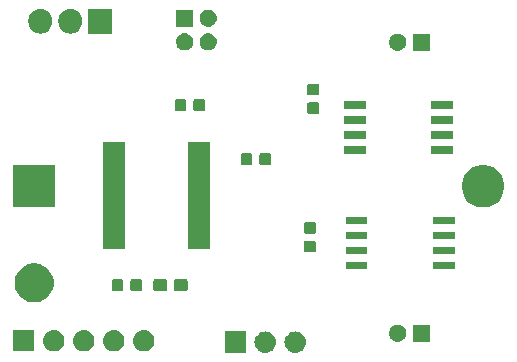
<source format=gbr>
G04 #@! TF.GenerationSoftware,KiCad,Pcbnew,(5.1.2)-2*
G04 #@! TF.CreationDate,2020-08-22T00:21:16+09:00*
G04 #@! TF.ProjectId,IRRemo,49525265-6d6f-42e6-9b69-6361645f7063,rev?*
G04 #@! TF.SameCoordinates,Original*
G04 #@! TF.FileFunction,Soldermask,Top*
G04 #@! TF.FilePolarity,Negative*
%FSLAX46Y46*%
G04 Gerber Fmt 4.6, Leading zero omitted, Abs format (unit mm)*
G04 Created by KiCad (PCBNEW (5.1.2)-2) date 2020-08-22 00:21:16*
%MOMM*%
%LPD*%
G04 APERTURE LIST*
%ADD10C,0.100000*%
G04 APERTURE END LIST*
D10*
G36*
X117487000Y-100469000D02*
G01*
X115685000Y-100469000D01*
X115685000Y-98667000D01*
X117487000Y-98667000D01*
X117487000Y-100469000D01*
X117487000Y-100469000D01*
G37*
G36*
X121776442Y-98673518D02*
G01*
X121842627Y-98680037D01*
X122012466Y-98731557D01*
X122168991Y-98815222D01*
X122204729Y-98844552D01*
X122306186Y-98927814D01*
X122389448Y-99029271D01*
X122418778Y-99065009D01*
X122502443Y-99221534D01*
X122553963Y-99391373D01*
X122571359Y-99568000D01*
X122553963Y-99744627D01*
X122502443Y-99914466D01*
X122418778Y-100070991D01*
X122394819Y-100100185D01*
X122306186Y-100208186D01*
X122204729Y-100291448D01*
X122168991Y-100320778D01*
X122012466Y-100404443D01*
X121842627Y-100455963D01*
X121776442Y-100462482D01*
X121710260Y-100469000D01*
X121621740Y-100469000D01*
X121555557Y-100462481D01*
X121489373Y-100455963D01*
X121319534Y-100404443D01*
X121163009Y-100320778D01*
X121127271Y-100291448D01*
X121025814Y-100208186D01*
X120937181Y-100100185D01*
X120913222Y-100070991D01*
X120829557Y-99914466D01*
X120778037Y-99744627D01*
X120760641Y-99568000D01*
X120778037Y-99391373D01*
X120829557Y-99221534D01*
X120913222Y-99065009D01*
X120942552Y-99029271D01*
X121025814Y-98927814D01*
X121127271Y-98844552D01*
X121163009Y-98815222D01*
X121319534Y-98731557D01*
X121489373Y-98680037D01*
X121555558Y-98673518D01*
X121621740Y-98667000D01*
X121710260Y-98667000D01*
X121776442Y-98673518D01*
X121776442Y-98673518D01*
G37*
G36*
X119236442Y-98673518D02*
G01*
X119302627Y-98680037D01*
X119472466Y-98731557D01*
X119628991Y-98815222D01*
X119664729Y-98844552D01*
X119766186Y-98927814D01*
X119849448Y-99029271D01*
X119878778Y-99065009D01*
X119962443Y-99221534D01*
X120013963Y-99391373D01*
X120031359Y-99568000D01*
X120013963Y-99744627D01*
X119962443Y-99914466D01*
X119878778Y-100070991D01*
X119854819Y-100100185D01*
X119766186Y-100208186D01*
X119664729Y-100291448D01*
X119628991Y-100320778D01*
X119472466Y-100404443D01*
X119302627Y-100455963D01*
X119236442Y-100462482D01*
X119170260Y-100469000D01*
X119081740Y-100469000D01*
X119015557Y-100462481D01*
X118949373Y-100455963D01*
X118779534Y-100404443D01*
X118623009Y-100320778D01*
X118587271Y-100291448D01*
X118485814Y-100208186D01*
X118397181Y-100100185D01*
X118373222Y-100070991D01*
X118289557Y-99914466D01*
X118238037Y-99744627D01*
X118220641Y-99568000D01*
X118238037Y-99391373D01*
X118289557Y-99221534D01*
X118373222Y-99065009D01*
X118402552Y-99029271D01*
X118485814Y-98927814D01*
X118587271Y-98844552D01*
X118623009Y-98815222D01*
X118779534Y-98731557D01*
X118949373Y-98680037D01*
X119015558Y-98673518D01*
X119081740Y-98667000D01*
X119170260Y-98667000D01*
X119236442Y-98673518D01*
X119236442Y-98673518D01*
G37*
G36*
X101326443Y-98565519D02*
G01*
X101392627Y-98572037D01*
X101562466Y-98623557D01*
X101718991Y-98707222D01*
X101748643Y-98731557D01*
X101856186Y-98819814D01*
X101939448Y-98921271D01*
X101968778Y-98957009D01*
X102052443Y-99113534D01*
X102103963Y-99283373D01*
X102121359Y-99460000D01*
X102103963Y-99636627D01*
X102052443Y-99806466D01*
X101968778Y-99962991D01*
X101939448Y-99998729D01*
X101856186Y-100100186D01*
X101754729Y-100183448D01*
X101718991Y-100212778D01*
X101562466Y-100296443D01*
X101392627Y-100347963D01*
X101326443Y-100354481D01*
X101260260Y-100361000D01*
X101171740Y-100361000D01*
X101105557Y-100354481D01*
X101039373Y-100347963D01*
X100869534Y-100296443D01*
X100713009Y-100212778D01*
X100677271Y-100183448D01*
X100575814Y-100100186D01*
X100492552Y-99998729D01*
X100463222Y-99962991D01*
X100379557Y-99806466D01*
X100328037Y-99636627D01*
X100310641Y-99460000D01*
X100328037Y-99283373D01*
X100379557Y-99113534D01*
X100463222Y-98957009D01*
X100492552Y-98921271D01*
X100575814Y-98819814D01*
X100683357Y-98731557D01*
X100713009Y-98707222D01*
X100869534Y-98623557D01*
X101039373Y-98572037D01*
X101105558Y-98565518D01*
X101171740Y-98559000D01*
X101260260Y-98559000D01*
X101326443Y-98565519D01*
X101326443Y-98565519D01*
G37*
G36*
X99577000Y-100361000D02*
G01*
X97775000Y-100361000D01*
X97775000Y-98559000D01*
X99577000Y-98559000D01*
X99577000Y-100361000D01*
X99577000Y-100361000D01*
G37*
G36*
X108946443Y-98565519D02*
G01*
X109012627Y-98572037D01*
X109182466Y-98623557D01*
X109338991Y-98707222D01*
X109368643Y-98731557D01*
X109476186Y-98819814D01*
X109559448Y-98921271D01*
X109588778Y-98957009D01*
X109672443Y-99113534D01*
X109723963Y-99283373D01*
X109741359Y-99460000D01*
X109723963Y-99636627D01*
X109672443Y-99806466D01*
X109588778Y-99962991D01*
X109559448Y-99998729D01*
X109476186Y-100100186D01*
X109374729Y-100183448D01*
X109338991Y-100212778D01*
X109182466Y-100296443D01*
X109012627Y-100347963D01*
X108946443Y-100354481D01*
X108880260Y-100361000D01*
X108791740Y-100361000D01*
X108725557Y-100354481D01*
X108659373Y-100347963D01*
X108489534Y-100296443D01*
X108333009Y-100212778D01*
X108297271Y-100183448D01*
X108195814Y-100100186D01*
X108112552Y-99998729D01*
X108083222Y-99962991D01*
X107999557Y-99806466D01*
X107948037Y-99636627D01*
X107930641Y-99460000D01*
X107948037Y-99283373D01*
X107999557Y-99113534D01*
X108083222Y-98957009D01*
X108112552Y-98921271D01*
X108195814Y-98819814D01*
X108303357Y-98731557D01*
X108333009Y-98707222D01*
X108489534Y-98623557D01*
X108659373Y-98572037D01*
X108725558Y-98565518D01*
X108791740Y-98559000D01*
X108880260Y-98559000D01*
X108946443Y-98565519D01*
X108946443Y-98565519D01*
G37*
G36*
X106406443Y-98565519D02*
G01*
X106472627Y-98572037D01*
X106642466Y-98623557D01*
X106798991Y-98707222D01*
X106828643Y-98731557D01*
X106936186Y-98819814D01*
X107019448Y-98921271D01*
X107048778Y-98957009D01*
X107132443Y-99113534D01*
X107183963Y-99283373D01*
X107201359Y-99460000D01*
X107183963Y-99636627D01*
X107132443Y-99806466D01*
X107048778Y-99962991D01*
X107019448Y-99998729D01*
X106936186Y-100100186D01*
X106834729Y-100183448D01*
X106798991Y-100212778D01*
X106642466Y-100296443D01*
X106472627Y-100347963D01*
X106406443Y-100354481D01*
X106340260Y-100361000D01*
X106251740Y-100361000D01*
X106185557Y-100354481D01*
X106119373Y-100347963D01*
X105949534Y-100296443D01*
X105793009Y-100212778D01*
X105757271Y-100183448D01*
X105655814Y-100100186D01*
X105572552Y-99998729D01*
X105543222Y-99962991D01*
X105459557Y-99806466D01*
X105408037Y-99636627D01*
X105390641Y-99460000D01*
X105408037Y-99283373D01*
X105459557Y-99113534D01*
X105543222Y-98957009D01*
X105572552Y-98921271D01*
X105655814Y-98819814D01*
X105763357Y-98731557D01*
X105793009Y-98707222D01*
X105949534Y-98623557D01*
X106119373Y-98572037D01*
X106185558Y-98565518D01*
X106251740Y-98559000D01*
X106340260Y-98559000D01*
X106406443Y-98565519D01*
X106406443Y-98565519D01*
G37*
G36*
X103866443Y-98565519D02*
G01*
X103932627Y-98572037D01*
X104102466Y-98623557D01*
X104258991Y-98707222D01*
X104288643Y-98731557D01*
X104396186Y-98819814D01*
X104479448Y-98921271D01*
X104508778Y-98957009D01*
X104592443Y-99113534D01*
X104643963Y-99283373D01*
X104661359Y-99460000D01*
X104643963Y-99636627D01*
X104592443Y-99806466D01*
X104508778Y-99962991D01*
X104479448Y-99998729D01*
X104396186Y-100100186D01*
X104294729Y-100183448D01*
X104258991Y-100212778D01*
X104102466Y-100296443D01*
X103932627Y-100347963D01*
X103866443Y-100354481D01*
X103800260Y-100361000D01*
X103711740Y-100361000D01*
X103645557Y-100354481D01*
X103579373Y-100347963D01*
X103409534Y-100296443D01*
X103253009Y-100212778D01*
X103217271Y-100183448D01*
X103115814Y-100100186D01*
X103032552Y-99998729D01*
X103003222Y-99962991D01*
X102919557Y-99806466D01*
X102868037Y-99636627D01*
X102850641Y-99460000D01*
X102868037Y-99283373D01*
X102919557Y-99113534D01*
X103003222Y-98957009D01*
X103032552Y-98921271D01*
X103115814Y-98819814D01*
X103223357Y-98731557D01*
X103253009Y-98707222D01*
X103409534Y-98623557D01*
X103579373Y-98572037D01*
X103645558Y-98565518D01*
X103711740Y-98559000D01*
X103800260Y-98559000D01*
X103866443Y-98565519D01*
X103866443Y-98565519D01*
G37*
G36*
X133060000Y-99532000D02*
G01*
X131608000Y-99532000D01*
X131608000Y-98080000D01*
X133060000Y-98080000D01*
X133060000Y-99532000D01*
X133060000Y-99532000D01*
G37*
G36*
X130405213Y-98083502D02*
G01*
X130476321Y-98090505D01*
X130613172Y-98132019D01*
X130613175Y-98132020D01*
X130739294Y-98199432D01*
X130849843Y-98290157D01*
X130940568Y-98400706D01*
X131007980Y-98526825D01*
X131007981Y-98526828D01*
X131049495Y-98663679D01*
X131063512Y-98806000D01*
X131049495Y-98948321D01*
X131014097Y-99065009D01*
X131007980Y-99085175D01*
X130940568Y-99211294D01*
X130849843Y-99321843D01*
X130739294Y-99412568D01*
X130613175Y-99479980D01*
X130613172Y-99479981D01*
X130476321Y-99521495D01*
X130405213Y-99528498D01*
X130369660Y-99532000D01*
X130298340Y-99532000D01*
X130262787Y-99528498D01*
X130191679Y-99521495D01*
X130054828Y-99479981D01*
X130054825Y-99479980D01*
X129928706Y-99412568D01*
X129818157Y-99321843D01*
X129727432Y-99211294D01*
X129660020Y-99085175D01*
X129653903Y-99065009D01*
X129618505Y-98948321D01*
X129604488Y-98806000D01*
X129618505Y-98663679D01*
X129660019Y-98526828D01*
X129660020Y-98526825D01*
X129727432Y-98400706D01*
X129818157Y-98290157D01*
X129928706Y-98199432D01*
X130054825Y-98132020D01*
X130054828Y-98132019D01*
X130191679Y-98090505D01*
X130262787Y-98083502D01*
X130298340Y-98080000D01*
X130369660Y-98080000D01*
X130405213Y-98083502D01*
X130405213Y-98083502D01*
G37*
G36*
X99943256Y-92951298D02*
G01*
X100049579Y-92972447D01*
X100350042Y-93096903D01*
X100620451Y-93277585D01*
X100850415Y-93507549D01*
X100850416Y-93507551D01*
X101031098Y-93777960D01*
X101155553Y-94078422D01*
X101215214Y-94378354D01*
X101219000Y-94397391D01*
X101219000Y-94722609D01*
X101155553Y-95041579D01*
X101031097Y-95342042D01*
X100850415Y-95612451D01*
X100620451Y-95842415D01*
X100350042Y-96023097D01*
X100049579Y-96147553D01*
X99943256Y-96168702D01*
X99730611Y-96211000D01*
X99405389Y-96211000D01*
X99192744Y-96168702D01*
X99086421Y-96147553D01*
X98785958Y-96023097D01*
X98515549Y-95842415D01*
X98285585Y-95612451D01*
X98104903Y-95342042D01*
X97980447Y-95041579D01*
X97917000Y-94722609D01*
X97917000Y-94397391D01*
X97920787Y-94378354D01*
X97980447Y-94078422D01*
X98104902Y-93777960D01*
X98285584Y-93507551D01*
X98285585Y-93507549D01*
X98515549Y-93277585D01*
X98785958Y-93096903D01*
X99086421Y-92972447D01*
X99192744Y-92951298D01*
X99405389Y-92909000D01*
X99730611Y-92909000D01*
X99943256Y-92951298D01*
X99943256Y-92951298D01*
G37*
G36*
X110650499Y-94220445D02*
G01*
X110687995Y-94231820D01*
X110722554Y-94250292D01*
X110752847Y-94275153D01*
X110777708Y-94305446D01*
X110796180Y-94340005D01*
X110807555Y-94377501D01*
X110812000Y-94422638D01*
X110812000Y-95061362D01*
X110807555Y-95106499D01*
X110796180Y-95143995D01*
X110777708Y-95178554D01*
X110752847Y-95208847D01*
X110722554Y-95233708D01*
X110687995Y-95252180D01*
X110650499Y-95263555D01*
X110605362Y-95268000D01*
X109866638Y-95268000D01*
X109821501Y-95263555D01*
X109784005Y-95252180D01*
X109749446Y-95233708D01*
X109719153Y-95208847D01*
X109694292Y-95178554D01*
X109675820Y-95143995D01*
X109664445Y-95106499D01*
X109660000Y-95061362D01*
X109660000Y-94422638D01*
X109664445Y-94377501D01*
X109675820Y-94340005D01*
X109694292Y-94305446D01*
X109719153Y-94275153D01*
X109749446Y-94250292D01*
X109784005Y-94231820D01*
X109821501Y-94220445D01*
X109866638Y-94216000D01*
X110605362Y-94216000D01*
X110650499Y-94220445D01*
X110650499Y-94220445D01*
G37*
G36*
X112400499Y-94220445D02*
G01*
X112437995Y-94231820D01*
X112472554Y-94250292D01*
X112502847Y-94275153D01*
X112527708Y-94305446D01*
X112546180Y-94340005D01*
X112557555Y-94377501D01*
X112562000Y-94422638D01*
X112562000Y-95061362D01*
X112557555Y-95106499D01*
X112546180Y-95143995D01*
X112527708Y-95178554D01*
X112502847Y-95208847D01*
X112472554Y-95233708D01*
X112437995Y-95252180D01*
X112400499Y-95263555D01*
X112355362Y-95268000D01*
X111616638Y-95268000D01*
X111571501Y-95263555D01*
X111534005Y-95252180D01*
X111499446Y-95233708D01*
X111469153Y-95208847D01*
X111444292Y-95178554D01*
X111425820Y-95143995D01*
X111414445Y-95106499D01*
X111410000Y-95061362D01*
X111410000Y-94422638D01*
X111414445Y-94377501D01*
X111425820Y-94340005D01*
X111444292Y-94305446D01*
X111469153Y-94275153D01*
X111499446Y-94250292D01*
X111534005Y-94231820D01*
X111571501Y-94220445D01*
X111616638Y-94216000D01*
X112355362Y-94216000D01*
X112400499Y-94220445D01*
X112400499Y-94220445D01*
G37*
G36*
X106970591Y-94220085D02*
G01*
X107004569Y-94230393D01*
X107035890Y-94247134D01*
X107063339Y-94269661D01*
X107085866Y-94297110D01*
X107102607Y-94328431D01*
X107112915Y-94362409D01*
X107117000Y-94403890D01*
X107117000Y-95080110D01*
X107112915Y-95121591D01*
X107102607Y-95155569D01*
X107085866Y-95186890D01*
X107063339Y-95214339D01*
X107035890Y-95236866D01*
X107004569Y-95253607D01*
X106970591Y-95263915D01*
X106929110Y-95268000D01*
X106327890Y-95268000D01*
X106286409Y-95263915D01*
X106252431Y-95253607D01*
X106221110Y-95236866D01*
X106193661Y-95214339D01*
X106171134Y-95186890D01*
X106154393Y-95155569D01*
X106144085Y-95121591D01*
X106140000Y-95080110D01*
X106140000Y-94403890D01*
X106144085Y-94362409D01*
X106154393Y-94328431D01*
X106171134Y-94297110D01*
X106193661Y-94269661D01*
X106221110Y-94247134D01*
X106252431Y-94230393D01*
X106286409Y-94220085D01*
X106327890Y-94216000D01*
X106929110Y-94216000D01*
X106970591Y-94220085D01*
X106970591Y-94220085D01*
G37*
G36*
X108545591Y-94220085D02*
G01*
X108579569Y-94230393D01*
X108610890Y-94247134D01*
X108638339Y-94269661D01*
X108660866Y-94297110D01*
X108677607Y-94328431D01*
X108687915Y-94362409D01*
X108692000Y-94403890D01*
X108692000Y-95080110D01*
X108687915Y-95121591D01*
X108677607Y-95155569D01*
X108660866Y-95186890D01*
X108638339Y-95214339D01*
X108610890Y-95236866D01*
X108579569Y-95253607D01*
X108545591Y-95263915D01*
X108504110Y-95268000D01*
X107902890Y-95268000D01*
X107861409Y-95263915D01*
X107827431Y-95253607D01*
X107796110Y-95236866D01*
X107768661Y-95214339D01*
X107746134Y-95186890D01*
X107729393Y-95155569D01*
X107719085Y-95121591D01*
X107715000Y-95080110D01*
X107715000Y-94403890D01*
X107719085Y-94362409D01*
X107729393Y-94328431D01*
X107746134Y-94297110D01*
X107768661Y-94269661D01*
X107796110Y-94247134D01*
X107827431Y-94230393D01*
X107861409Y-94220085D01*
X107902890Y-94216000D01*
X108504110Y-94216000D01*
X108545591Y-94220085D01*
X108545591Y-94220085D01*
G37*
G36*
X127782000Y-93417000D02*
G01*
X125930000Y-93417000D01*
X125930000Y-92765000D01*
X127782000Y-92765000D01*
X127782000Y-93417000D01*
X127782000Y-93417000D01*
G37*
G36*
X135182000Y-93417000D02*
G01*
X133330000Y-93417000D01*
X133330000Y-92765000D01*
X135182000Y-92765000D01*
X135182000Y-93417000D01*
X135182000Y-93417000D01*
G37*
G36*
X127782000Y-92147000D02*
G01*
X125930000Y-92147000D01*
X125930000Y-91495000D01*
X127782000Y-91495000D01*
X127782000Y-92147000D01*
X127782000Y-92147000D01*
G37*
G36*
X135182000Y-92147000D02*
G01*
X133330000Y-92147000D01*
X133330000Y-91495000D01*
X135182000Y-91495000D01*
X135182000Y-92147000D01*
X135182000Y-92147000D01*
G37*
G36*
X123289591Y-90981085D02*
G01*
X123323569Y-90991393D01*
X123354890Y-91008134D01*
X123382339Y-91030661D01*
X123404866Y-91058110D01*
X123421607Y-91089431D01*
X123431915Y-91123409D01*
X123436000Y-91164890D01*
X123436000Y-91766110D01*
X123431915Y-91807591D01*
X123421607Y-91841569D01*
X123404866Y-91872890D01*
X123382339Y-91900339D01*
X123354890Y-91922866D01*
X123323569Y-91939607D01*
X123289591Y-91949915D01*
X123248110Y-91954000D01*
X122571890Y-91954000D01*
X122530409Y-91949915D01*
X122496431Y-91939607D01*
X122465110Y-91922866D01*
X122437661Y-91900339D01*
X122415134Y-91872890D01*
X122398393Y-91841569D01*
X122388085Y-91807591D01*
X122384000Y-91766110D01*
X122384000Y-91164890D01*
X122388085Y-91123409D01*
X122398393Y-91089431D01*
X122415134Y-91058110D01*
X122437661Y-91030661D01*
X122465110Y-91008134D01*
X122496431Y-90991393D01*
X122530409Y-90981085D01*
X122571890Y-90977000D01*
X123248110Y-90977000D01*
X123289591Y-90981085D01*
X123289591Y-90981085D01*
G37*
G36*
X114415000Y-91667000D02*
G01*
X112563000Y-91667000D01*
X112563000Y-82665000D01*
X114415000Y-82665000D01*
X114415000Y-91667000D01*
X114415000Y-91667000D01*
G37*
G36*
X107215000Y-91667000D02*
G01*
X105363000Y-91667000D01*
X105363000Y-82665000D01*
X107215000Y-82665000D01*
X107215000Y-91667000D01*
X107215000Y-91667000D01*
G37*
G36*
X135182000Y-90877000D02*
G01*
X133330000Y-90877000D01*
X133330000Y-90225000D01*
X135182000Y-90225000D01*
X135182000Y-90877000D01*
X135182000Y-90877000D01*
G37*
G36*
X127782000Y-90877000D02*
G01*
X125930000Y-90877000D01*
X125930000Y-90225000D01*
X127782000Y-90225000D01*
X127782000Y-90877000D01*
X127782000Y-90877000D01*
G37*
G36*
X123289591Y-89406085D02*
G01*
X123323569Y-89416393D01*
X123354890Y-89433134D01*
X123382339Y-89455661D01*
X123404866Y-89483110D01*
X123421607Y-89514431D01*
X123431915Y-89548409D01*
X123436000Y-89589890D01*
X123436000Y-90191110D01*
X123431915Y-90232591D01*
X123421607Y-90266569D01*
X123404866Y-90297890D01*
X123382339Y-90325339D01*
X123354890Y-90347866D01*
X123323569Y-90364607D01*
X123289591Y-90374915D01*
X123248110Y-90379000D01*
X122571890Y-90379000D01*
X122530409Y-90374915D01*
X122496431Y-90364607D01*
X122465110Y-90347866D01*
X122437661Y-90325339D01*
X122415134Y-90297890D01*
X122398393Y-90266569D01*
X122388085Y-90232591D01*
X122384000Y-90191110D01*
X122384000Y-89589890D01*
X122388085Y-89548409D01*
X122398393Y-89514431D01*
X122415134Y-89483110D01*
X122437661Y-89455661D01*
X122465110Y-89433134D01*
X122496431Y-89416393D01*
X122530409Y-89406085D01*
X122571890Y-89402000D01*
X123248110Y-89402000D01*
X123289591Y-89406085D01*
X123289591Y-89406085D01*
G37*
G36*
X127782000Y-89607000D02*
G01*
X125930000Y-89607000D01*
X125930000Y-88955000D01*
X127782000Y-88955000D01*
X127782000Y-89607000D01*
X127782000Y-89607000D01*
G37*
G36*
X135182000Y-89607000D02*
G01*
X133330000Y-89607000D01*
X133330000Y-88955000D01*
X135182000Y-88955000D01*
X135182000Y-89607000D01*
X135182000Y-89607000D01*
G37*
G36*
X138093331Y-84628211D02*
G01*
X138421092Y-84763974D01*
X138716070Y-84961072D01*
X138966928Y-85211930D01*
X139164026Y-85506908D01*
X139299789Y-85834669D01*
X139369000Y-86182616D01*
X139369000Y-86537384D01*
X139299789Y-86885331D01*
X139164026Y-87213092D01*
X138966928Y-87508070D01*
X138716070Y-87758928D01*
X138421092Y-87956026D01*
X138093331Y-88091789D01*
X137745384Y-88161000D01*
X137390616Y-88161000D01*
X137042669Y-88091789D01*
X136714908Y-87956026D01*
X136419930Y-87758928D01*
X136169072Y-87508070D01*
X135971974Y-87213092D01*
X135836211Y-86885331D01*
X135767000Y-86537384D01*
X135767000Y-86182616D01*
X135836211Y-85834669D01*
X135971974Y-85506908D01*
X136169072Y-85211930D01*
X136419930Y-84961072D01*
X136714908Y-84763974D01*
X137042669Y-84628211D01*
X137390616Y-84559000D01*
X137745384Y-84559000D01*
X138093331Y-84628211D01*
X138093331Y-84628211D01*
G37*
G36*
X101369000Y-88161000D02*
G01*
X97767000Y-88161000D01*
X97767000Y-84559000D01*
X101369000Y-84559000D01*
X101369000Y-88161000D01*
X101369000Y-88161000D01*
G37*
G36*
X119467591Y-83552085D02*
G01*
X119501569Y-83562393D01*
X119532890Y-83579134D01*
X119560339Y-83601661D01*
X119582866Y-83629110D01*
X119599607Y-83660431D01*
X119609915Y-83694409D01*
X119614000Y-83735890D01*
X119614000Y-84412110D01*
X119609915Y-84453591D01*
X119599607Y-84487569D01*
X119582866Y-84518890D01*
X119560339Y-84546339D01*
X119532890Y-84568866D01*
X119501569Y-84585607D01*
X119467591Y-84595915D01*
X119426110Y-84600000D01*
X118824890Y-84600000D01*
X118783409Y-84595915D01*
X118749431Y-84585607D01*
X118718110Y-84568866D01*
X118690661Y-84546339D01*
X118668134Y-84518890D01*
X118651393Y-84487569D01*
X118641085Y-84453591D01*
X118637000Y-84412110D01*
X118637000Y-83735890D01*
X118641085Y-83694409D01*
X118651393Y-83660431D01*
X118668134Y-83629110D01*
X118690661Y-83601661D01*
X118718110Y-83579134D01*
X118749431Y-83562393D01*
X118783409Y-83552085D01*
X118824890Y-83548000D01*
X119426110Y-83548000D01*
X119467591Y-83552085D01*
X119467591Y-83552085D01*
G37*
G36*
X117892591Y-83552085D02*
G01*
X117926569Y-83562393D01*
X117957890Y-83579134D01*
X117985339Y-83601661D01*
X118007866Y-83629110D01*
X118024607Y-83660431D01*
X118034915Y-83694409D01*
X118039000Y-83735890D01*
X118039000Y-84412110D01*
X118034915Y-84453591D01*
X118024607Y-84487569D01*
X118007866Y-84518890D01*
X117985339Y-84546339D01*
X117957890Y-84568866D01*
X117926569Y-84585607D01*
X117892591Y-84595915D01*
X117851110Y-84600000D01*
X117249890Y-84600000D01*
X117208409Y-84595915D01*
X117174431Y-84585607D01*
X117143110Y-84568866D01*
X117115661Y-84546339D01*
X117093134Y-84518890D01*
X117076393Y-84487569D01*
X117066085Y-84453591D01*
X117062000Y-84412110D01*
X117062000Y-83735890D01*
X117066085Y-83694409D01*
X117076393Y-83660431D01*
X117093134Y-83629110D01*
X117115661Y-83601661D01*
X117143110Y-83579134D01*
X117174431Y-83562393D01*
X117208409Y-83552085D01*
X117249890Y-83548000D01*
X117851110Y-83548000D01*
X117892591Y-83552085D01*
X117892591Y-83552085D01*
G37*
G36*
X127638000Y-83638000D02*
G01*
X125786000Y-83638000D01*
X125786000Y-82986000D01*
X127638000Y-82986000D01*
X127638000Y-83638000D01*
X127638000Y-83638000D01*
G37*
G36*
X135038000Y-83638000D02*
G01*
X133186000Y-83638000D01*
X133186000Y-82986000D01*
X135038000Y-82986000D01*
X135038000Y-83638000D01*
X135038000Y-83638000D01*
G37*
G36*
X127638000Y-82368000D02*
G01*
X125786000Y-82368000D01*
X125786000Y-81716000D01*
X127638000Y-81716000D01*
X127638000Y-82368000D01*
X127638000Y-82368000D01*
G37*
G36*
X135038000Y-82368000D02*
G01*
X133186000Y-82368000D01*
X133186000Y-81716000D01*
X135038000Y-81716000D01*
X135038000Y-82368000D01*
X135038000Y-82368000D01*
G37*
G36*
X127638000Y-81098000D02*
G01*
X125786000Y-81098000D01*
X125786000Y-80446000D01*
X127638000Y-80446000D01*
X127638000Y-81098000D01*
X127638000Y-81098000D01*
G37*
G36*
X135038000Y-81098000D02*
G01*
X133186000Y-81098000D01*
X133186000Y-80446000D01*
X135038000Y-80446000D01*
X135038000Y-81098000D01*
X135038000Y-81098000D01*
G37*
G36*
X123569591Y-79271585D02*
G01*
X123603569Y-79281893D01*
X123634890Y-79298634D01*
X123662339Y-79321161D01*
X123684866Y-79348610D01*
X123701607Y-79379931D01*
X123711915Y-79413909D01*
X123716000Y-79455390D01*
X123716000Y-80056610D01*
X123711915Y-80098091D01*
X123701607Y-80132069D01*
X123684866Y-80163390D01*
X123662339Y-80190839D01*
X123634890Y-80213366D01*
X123603569Y-80230107D01*
X123569591Y-80240415D01*
X123528110Y-80244500D01*
X122851890Y-80244500D01*
X122810409Y-80240415D01*
X122776431Y-80230107D01*
X122745110Y-80213366D01*
X122717661Y-80190839D01*
X122695134Y-80163390D01*
X122678393Y-80132069D01*
X122668085Y-80098091D01*
X122664000Y-80056610D01*
X122664000Y-79455390D01*
X122668085Y-79413909D01*
X122678393Y-79379931D01*
X122695134Y-79348610D01*
X122717661Y-79321161D01*
X122745110Y-79298634D01*
X122776431Y-79281893D01*
X122810409Y-79271585D01*
X122851890Y-79267500D01*
X123528110Y-79267500D01*
X123569591Y-79271585D01*
X123569591Y-79271585D01*
G37*
G36*
X112304591Y-78980085D02*
G01*
X112338569Y-78990393D01*
X112369890Y-79007134D01*
X112397339Y-79029661D01*
X112419866Y-79057110D01*
X112436607Y-79088431D01*
X112446915Y-79122409D01*
X112451000Y-79163890D01*
X112451000Y-79840110D01*
X112446915Y-79881591D01*
X112436607Y-79915569D01*
X112419866Y-79946890D01*
X112397339Y-79974339D01*
X112369890Y-79996866D01*
X112338569Y-80013607D01*
X112304591Y-80023915D01*
X112263110Y-80028000D01*
X111661890Y-80028000D01*
X111620409Y-80023915D01*
X111586431Y-80013607D01*
X111555110Y-79996866D01*
X111527661Y-79974339D01*
X111505134Y-79946890D01*
X111488393Y-79915569D01*
X111478085Y-79881591D01*
X111474000Y-79840110D01*
X111474000Y-79163890D01*
X111478085Y-79122409D01*
X111488393Y-79088431D01*
X111505134Y-79057110D01*
X111527661Y-79029661D01*
X111555110Y-79007134D01*
X111586431Y-78990393D01*
X111620409Y-78980085D01*
X111661890Y-78976000D01*
X112263110Y-78976000D01*
X112304591Y-78980085D01*
X112304591Y-78980085D01*
G37*
G36*
X113879591Y-78980085D02*
G01*
X113913569Y-78990393D01*
X113944890Y-79007134D01*
X113972339Y-79029661D01*
X113994866Y-79057110D01*
X114011607Y-79088431D01*
X114021915Y-79122409D01*
X114026000Y-79163890D01*
X114026000Y-79840110D01*
X114021915Y-79881591D01*
X114011607Y-79915569D01*
X113994866Y-79946890D01*
X113972339Y-79974339D01*
X113944890Y-79996866D01*
X113913569Y-80013607D01*
X113879591Y-80023915D01*
X113838110Y-80028000D01*
X113236890Y-80028000D01*
X113195409Y-80023915D01*
X113161431Y-80013607D01*
X113130110Y-79996866D01*
X113102661Y-79974339D01*
X113080134Y-79946890D01*
X113063393Y-79915569D01*
X113053085Y-79881591D01*
X113049000Y-79840110D01*
X113049000Y-79163890D01*
X113053085Y-79122409D01*
X113063393Y-79088431D01*
X113080134Y-79057110D01*
X113102661Y-79029661D01*
X113130110Y-79007134D01*
X113161431Y-78990393D01*
X113195409Y-78980085D01*
X113236890Y-78976000D01*
X113838110Y-78976000D01*
X113879591Y-78980085D01*
X113879591Y-78980085D01*
G37*
G36*
X127638000Y-79828000D02*
G01*
X125786000Y-79828000D01*
X125786000Y-79176000D01*
X127638000Y-79176000D01*
X127638000Y-79828000D01*
X127638000Y-79828000D01*
G37*
G36*
X135038000Y-79828000D02*
G01*
X133186000Y-79828000D01*
X133186000Y-79176000D01*
X135038000Y-79176000D01*
X135038000Y-79828000D01*
X135038000Y-79828000D01*
G37*
G36*
X123569591Y-77696585D02*
G01*
X123603569Y-77706893D01*
X123634890Y-77723634D01*
X123662339Y-77746161D01*
X123684866Y-77773610D01*
X123701607Y-77804931D01*
X123711915Y-77838909D01*
X123716000Y-77880390D01*
X123716000Y-78481610D01*
X123711915Y-78523091D01*
X123701607Y-78557069D01*
X123684866Y-78588390D01*
X123662339Y-78615839D01*
X123634890Y-78638366D01*
X123603569Y-78655107D01*
X123569591Y-78665415D01*
X123528110Y-78669500D01*
X122851890Y-78669500D01*
X122810409Y-78665415D01*
X122776431Y-78655107D01*
X122745110Y-78638366D01*
X122717661Y-78615839D01*
X122695134Y-78588390D01*
X122678393Y-78557069D01*
X122668085Y-78523091D01*
X122664000Y-78481610D01*
X122664000Y-77880390D01*
X122668085Y-77838909D01*
X122678393Y-77804931D01*
X122695134Y-77773610D01*
X122717661Y-77746161D01*
X122745110Y-77723634D01*
X122776431Y-77706893D01*
X122810409Y-77696585D01*
X122851890Y-77692500D01*
X123528110Y-77692500D01*
X123569591Y-77696585D01*
X123569591Y-77696585D01*
G37*
G36*
X130405213Y-73445502D02*
G01*
X130476321Y-73452505D01*
X130613172Y-73494019D01*
X130613175Y-73494020D01*
X130739294Y-73561432D01*
X130849843Y-73652157D01*
X130940568Y-73762706D01*
X131007980Y-73888825D01*
X131007981Y-73888828D01*
X131049495Y-74025679D01*
X131063512Y-74168000D01*
X131049495Y-74310321D01*
X131017688Y-74415172D01*
X131007980Y-74447175D01*
X130940568Y-74573294D01*
X130849843Y-74683843D01*
X130739294Y-74774568D01*
X130613175Y-74841980D01*
X130613172Y-74841981D01*
X130476321Y-74883495D01*
X130405213Y-74890498D01*
X130369660Y-74894000D01*
X130298340Y-74894000D01*
X130262787Y-74890498D01*
X130191679Y-74883495D01*
X130054828Y-74841981D01*
X130054825Y-74841980D01*
X129928706Y-74774568D01*
X129818157Y-74683843D01*
X129727432Y-74573294D01*
X129660020Y-74447175D01*
X129650312Y-74415172D01*
X129618505Y-74310321D01*
X129604488Y-74168000D01*
X129618505Y-74025679D01*
X129660019Y-73888828D01*
X129660020Y-73888825D01*
X129727432Y-73762706D01*
X129818157Y-73652157D01*
X129928706Y-73561432D01*
X130054825Y-73494020D01*
X130054828Y-73494019D01*
X130191679Y-73452505D01*
X130262787Y-73445502D01*
X130298340Y-73442000D01*
X130369660Y-73442000D01*
X130405213Y-73445502D01*
X130405213Y-73445502D01*
G37*
G36*
X133060000Y-74894000D02*
G01*
X131608000Y-74894000D01*
X131608000Y-73442000D01*
X133060000Y-73442000D01*
X133060000Y-74894000D01*
X133060000Y-74894000D01*
G37*
G36*
X112371213Y-73413502D02*
G01*
X112442321Y-73420505D01*
X112579172Y-73462019D01*
X112579175Y-73462020D01*
X112705294Y-73529432D01*
X112815843Y-73620157D01*
X112906568Y-73730706D01*
X112973980Y-73856825D01*
X112973981Y-73856828D01*
X113015495Y-73993679D01*
X113029512Y-74136000D01*
X113015495Y-74278321D01*
X112973981Y-74415172D01*
X112973980Y-74415175D01*
X112906568Y-74541294D01*
X112815843Y-74651843D01*
X112705294Y-74742568D01*
X112579175Y-74809980D01*
X112579172Y-74809981D01*
X112442321Y-74851495D01*
X112371213Y-74858498D01*
X112335660Y-74862000D01*
X112264340Y-74862000D01*
X112228787Y-74858498D01*
X112157679Y-74851495D01*
X112020828Y-74809981D01*
X112020825Y-74809980D01*
X111894706Y-74742568D01*
X111784157Y-74651843D01*
X111693432Y-74541294D01*
X111626020Y-74415175D01*
X111626019Y-74415172D01*
X111584505Y-74278321D01*
X111570488Y-74136000D01*
X111584505Y-73993679D01*
X111626019Y-73856828D01*
X111626020Y-73856825D01*
X111693432Y-73730706D01*
X111784157Y-73620157D01*
X111894706Y-73529432D01*
X112020825Y-73462020D01*
X112020828Y-73462019D01*
X112157679Y-73420505D01*
X112228787Y-73413502D01*
X112264340Y-73410000D01*
X112335660Y-73410000D01*
X112371213Y-73413502D01*
X112371213Y-73413502D01*
G37*
G36*
X114371213Y-73413502D02*
G01*
X114442321Y-73420505D01*
X114579172Y-73462019D01*
X114579175Y-73462020D01*
X114705294Y-73529432D01*
X114815843Y-73620157D01*
X114906568Y-73730706D01*
X114973980Y-73856825D01*
X114973981Y-73856828D01*
X115015495Y-73993679D01*
X115029512Y-74136000D01*
X115015495Y-74278321D01*
X114973981Y-74415172D01*
X114973980Y-74415175D01*
X114906568Y-74541294D01*
X114815843Y-74651843D01*
X114705294Y-74742568D01*
X114579175Y-74809980D01*
X114579172Y-74809981D01*
X114442321Y-74851495D01*
X114371213Y-74858498D01*
X114335660Y-74862000D01*
X114264340Y-74862000D01*
X114228787Y-74858498D01*
X114157679Y-74851495D01*
X114020828Y-74809981D01*
X114020825Y-74809980D01*
X113894706Y-74742568D01*
X113784157Y-74651843D01*
X113693432Y-74541294D01*
X113626020Y-74415175D01*
X113626019Y-74415172D01*
X113584505Y-74278321D01*
X113570488Y-74136000D01*
X113584505Y-73993679D01*
X113626019Y-73856828D01*
X113626020Y-73856825D01*
X113693432Y-73730706D01*
X113784157Y-73620157D01*
X113894706Y-73529432D01*
X114020825Y-73462020D01*
X114020828Y-73462019D01*
X114157679Y-73420505D01*
X114228787Y-73413502D01*
X114264340Y-73410000D01*
X114335660Y-73410000D01*
X114371213Y-73413502D01*
X114371213Y-73413502D01*
G37*
G36*
X102812720Y-71353520D02*
G01*
X103001881Y-71410901D01*
X103176212Y-71504083D01*
X103329015Y-71629485D01*
X103454417Y-71782288D01*
X103494258Y-71856825D01*
X103547598Y-71956617D01*
X103547599Y-71956620D01*
X103604980Y-72145781D01*
X103619500Y-72293207D01*
X103619500Y-72486794D01*
X103604980Y-72634220D01*
X103547599Y-72823381D01*
X103454417Y-72997712D01*
X103329015Y-73150515D01*
X103176212Y-73275917D01*
X103094333Y-73319682D01*
X103001883Y-73369098D01*
X103001880Y-73369099D01*
X102812719Y-73426480D01*
X102616000Y-73445855D01*
X102419280Y-73426480D01*
X102230119Y-73369099D01*
X102055788Y-73275917D01*
X101902985Y-73150515D01*
X101777583Y-72997712D01*
X101733818Y-72915833D01*
X101684402Y-72823383D01*
X101684401Y-72823380D01*
X101627020Y-72634219D01*
X101612500Y-72486793D01*
X101612500Y-72293206D01*
X101627020Y-72145780D01*
X101684401Y-71956619D01*
X101777583Y-71782288D01*
X101902985Y-71629485D01*
X102055788Y-71504083D01*
X102230120Y-71410901D01*
X102419281Y-71353520D01*
X102616000Y-71334145D01*
X102812720Y-71353520D01*
X102812720Y-71353520D01*
G37*
G36*
X100272720Y-71353520D02*
G01*
X100461881Y-71410901D01*
X100636212Y-71504083D01*
X100789015Y-71629485D01*
X100914417Y-71782288D01*
X100954258Y-71856825D01*
X101007598Y-71956617D01*
X101007599Y-71956620D01*
X101064980Y-72145781D01*
X101079500Y-72293207D01*
X101079500Y-72486794D01*
X101064980Y-72634220D01*
X101007599Y-72823381D01*
X100914417Y-72997712D01*
X100789015Y-73150515D01*
X100636212Y-73275917D01*
X100554333Y-73319682D01*
X100461883Y-73369098D01*
X100461880Y-73369099D01*
X100272719Y-73426480D01*
X100076000Y-73445855D01*
X99879280Y-73426480D01*
X99690119Y-73369099D01*
X99515788Y-73275917D01*
X99362985Y-73150515D01*
X99237583Y-72997712D01*
X99193818Y-72915833D01*
X99144402Y-72823383D01*
X99144401Y-72823380D01*
X99087020Y-72634219D01*
X99072500Y-72486793D01*
X99072500Y-72293206D01*
X99087020Y-72145780D01*
X99144401Y-71956619D01*
X99237583Y-71782288D01*
X99362985Y-71629485D01*
X99515788Y-71504083D01*
X99690120Y-71410901D01*
X99879281Y-71353520D01*
X100076000Y-71334145D01*
X100272720Y-71353520D01*
X100272720Y-71353520D01*
G37*
G36*
X106159500Y-73441000D02*
G01*
X104152500Y-73441000D01*
X104152500Y-71339000D01*
X106159500Y-71339000D01*
X106159500Y-73441000D01*
X106159500Y-73441000D01*
G37*
G36*
X114371213Y-71413502D02*
G01*
X114442321Y-71420505D01*
X114579172Y-71462019D01*
X114579175Y-71462020D01*
X114705294Y-71529432D01*
X114815843Y-71620157D01*
X114906568Y-71730706D01*
X114973980Y-71856825D01*
X114973981Y-71856828D01*
X115015495Y-71993679D01*
X115029512Y-72136000D01*
X115015495Y-72278321D01*
X115010979Y-72293207D01*
X114973980Y-72415175D01*
X114906568Y-72541294D01*
X114815843Y-72651843D01*
X114705294Y-72742568D01*
X114579175Y-72809980D01*
X114579172Y-72809981D01*
X114442321Y-72851495D01*
X114371213Y-72858498D01*
X114335660Y-72862000D01*
X114264340Y-72862000D01*
X114228787Y-72858498D01*
X114157679Y-72851495D01*
X114020828Y-72809981D01*
X114020825Y-72809980D01*
X113894706Y-72742568D01*
X113784157Y-72651843D01*
X113693432Y-72541294D01*
X113626020Y-72415175D01*
X113589021Y-72293207D01*
X113584505Y-72278321D01*
X113570488Y-72136000D01*
X113584505Y-71993679D01*
X113626019Y-71856828D01*
X113626020Y-71856825D01*
X113693432Y-71730706D01*
X113784157Y-71620157D01*
X113894706Y-71529432D01*
X114020825Y-71462020D01*
X114020828Y-71462019D01*
X114157679Y-71420505D01*
X114228787Y-71413502D01*
X114264340Y-71410000D01*
X114335660Y-71410000D01*
X114371213Y-71413502D01*
X114371213Y-71413502D01*
G37*
G36*
X113026000Y-72862000D02*
G01*
X111574000Y-72862000D01*
X111574000Y-71410000D01*
X113026000Y-71410000D01*
X113026000Y-72862000D01*
X113026000Y-72862000D01*
G37*
M02*

</source>
